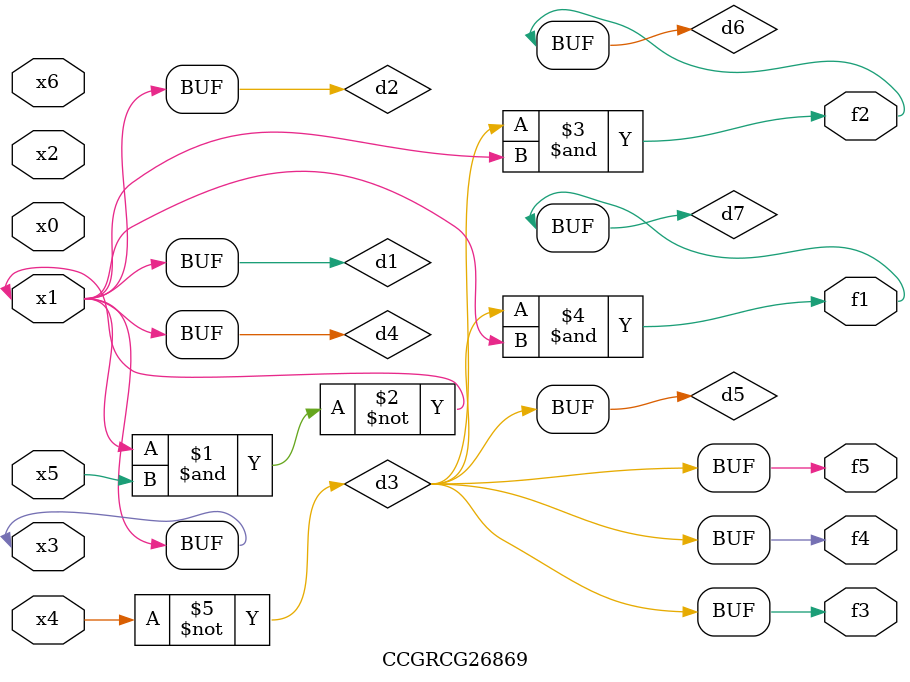
<source format=v>
module CCGRCG26869(
	input x0, x1, x2, x3, x4, x5, x6,
	output f1, f2, f3, f4, f5
);

	wire d1, d2, d3, d4, d5, d6, d7;

	buf (d1, x1, x3);
	nand (d2, x1, x5);
	not (d3, x4);
	buf (d4, d1, d2);
	buf (d5, d3);
	and (d6, d3, d4);
	and (d7, d3, d4);
	assign f1 = d7;
	assign f2 = d6;
	assign f3 = d5;
	assign f4 = d5;
	assign f5 = d5;
endmodule

</source>
